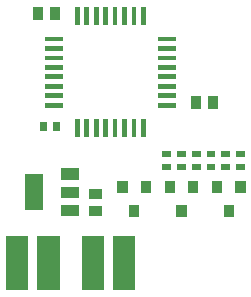
<source format=gbr>
G04 start of page 10 for group -4015 idx -4015 *
G04 Title: (unknown), toppaste *
G04 Creator: pcb 20110918 *
G04 CreationDate: Sun Sep 22 23:55:29 2013 UTC *
G04 For: mokus *
G04 Format: Gerber/RS-274X *
G04 PCB-Dimensions: 100000 140000 *
G04 PCB-Coordinate-Origin: lower left *
%MOIN*%
%FSLAX25Y25*%
%LNTOPPASTE*%
%ADD74R,0.0157X0.0157*%
%ADD73R,0.0340X0.0340*%
%ADD72R,0.0216X0.0216*%
%ADD71R,0.0750X0.0750*%
%ADD70R,0.0335X0.0335*%
%ADD69R,0.0610X0.0610*%
%ADD68R,0.0370X0.0370*%
G54D68*X27959Y58616D02*X30359D01*
X27959Y64716D02*X30359D01*
X27959Y70816D02*X30359D01*
G54D69*X16959Y67716D02*Y61716D01*
G54D70*X37179Y58511D02*X38163D01*
X37179Y64021D02*X38163D01*
G54D71*X21859Y46316D02*Y35916D01*
X11459Y46316D02*Y35916D01*
X47059Y46316D02*Y35916D01*
X36659Y46316D02*Y35916D01*
G54D70*X18381Y124750D02*Y123766D01*
X23891Y124750D02*Y123766D01*
X71135Y95222D02*Y94238D01*
X76645Y95222D02*Y94238D01*
G54D72*X20152Y87052D02*Y86266D01*
X24482Y87052D02*Y86266D01*
X60885Y73099D02*X61671D01*
X60885Y77429D02*X61671D01*
X65805Y73099D02*X66591D01*
X65805Y77429D02*X66591D01*
X85485Y73099D02*X86271D01*
X85485Y77429D02*X86271D01*
X80565Y73099D02*X81351D01*
X80565Y77429D02*X81351D01*
G54D73*X70114Y66813D02*Y66213D01*
X62314Y66813D02*Y66213D01*
X66214Y58613D02*Y58013D01*
X54366Y66813D02*Y66213D01*
X46566Y66813D02*Y66213D01*
X50466Y58613D02*Y58013D01*
G54D72*X70725Y73099D02*X71511D01*
X70725Y77429D02*X71511D01*
X75645Y73099D02*X76431D01*
X75645Y77429D02*X76431D01*
G54D74*X21522Y115792D02*X25948D01*
X21522Y112643D02*X25948D01*
X21522Y109493D02*X25948D01*
X21522Y106344D02*X25948D01*
X21522Y103194D02*X25948D01*
X21522Y100044D02*X25948D01*
X21522Y96895D02*X25948D01*
X21522Y93745D02*X25948D01*
X31491Y88203D02*Y83777D01*
X34640Y88203D02*Y83777D01*
X37790Y88203D02*Y83777D01*
X40939Y88203D02*Y83777D01*
X44089Y88203D02*Y83777D01*
X47239Y88203D02*Y83777D01*
X50388Y88203D02*Y83777D01*
X53538Y88203D02*Y83777D01*
X59080Y93746D02*X63506D01*
X59080Y96895D02*X63506D01*
X59080Y100045D02*X63506D01*
X59080Y103194D02*X63506D01*
X59080Y106344D02*X63506D01*
X59080Y109494D02*X63506D01*
X59080Y112643D02*X63506D01*
X59080Y115793D02*X63506D01*
X53537Y125761D02*Y121335D01*
X50388Y125761D02*Y121335D01*
X47238Y125761D02*Y121335D01*
X44089Y125761D02*Y121335D01*
X40939Y125761D02*Y121335D01*
X37789Y125761D02*Y121335D01*
X34640Y125761D02*Y121335D01*
X31490Y125761D02*Y121335D01*
G54D73*X85862Y66813D02*Y66213D01*
X78062Y66813D02*Y66213D01*
X81962Y58613D02*Y58013D01*
M02*

</source>
